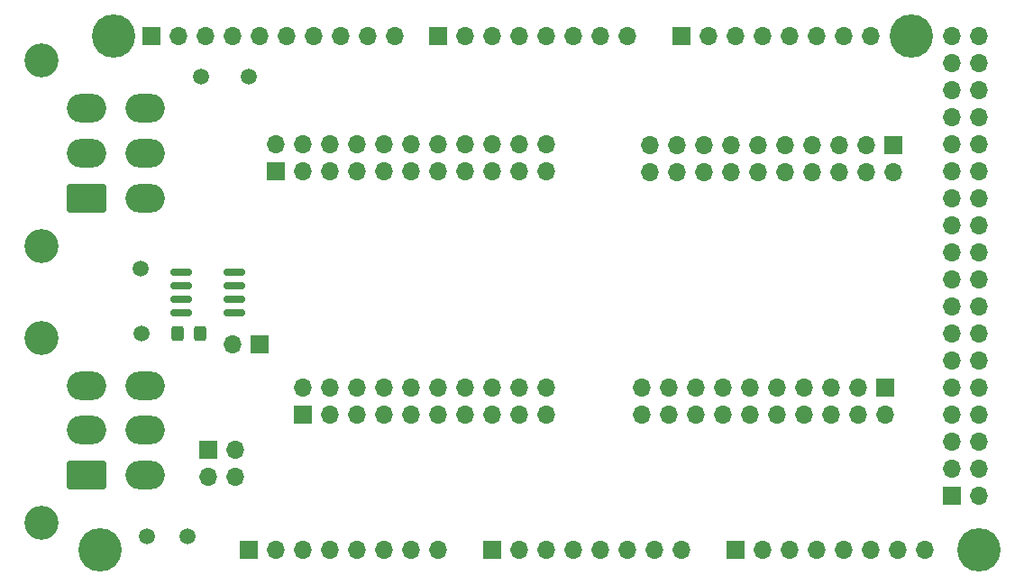
<source format=gbr>
%TF.GenerationSoftware,KiCad,Pcbnew,(6.0.9)*%
%TF.CreationDate,2023-03-29T13:48:58-08:00*%
%TF.ProjectId,ABSIS_Mega,41425349-535f-44d6-9567-612e6b696361,2*%
%TF.SameCoordinates,Original*%
%TF.FileFunction,Soldermask,Top*%
%TF.FilePolarity,Negative*%
%FSLAX46Y46*%
G04 Gerber Fmt 4.6, Leading zero omitted, Abs format (unit mm)*
G04 Created by KiCad (PCBNEW (6.0.9)) date 2023-03-29 13:48:58*
%MOMM*%
%LPD*%
G01*
G04 APERTURE LIST*
G04 Aperture macros list*
%AMRoundRect*
0 Rectangle with rounded corners*
0 $1 Rounding radius*
0 $2 $3 $4 $5 $6 $7 $8 $9 X,Y pos of 4 corners*
0 Add a 4 corners polygon primitive as box body*
4,1,4,$2,$3,$4,$5,$6,$7,$8,$9,$2,$3,0*
0 Add four circle primitives for the rounded corners*
1,1,$1+$1,$2,$3*
1,1,$1+$1,$4,$5*
1,1,$1+$1,$6,$7*
1,1,$1+$1,$8,$9*
0 Add four rect primitives between the rounded corners*
20,1,$1+$1,$2,$3,$4,$5,0*
20,1,$1+$1,$4,$5,$6,$7,0*
20,1,$1+$1,$6,$7,$8,$9,0*
20,1,$1+$1,$8,$9,$2,$3,0*%
G04 Aperture macros list end*
%ADD10C,4.064000*%
%ADD11R,1.700000X1.700000*%
%ADD12O,1.700000X1.700000*%
%ADD13RoundRect,0.150000X0.825000X0.150000X-0.825000X0.150000X-0.825000X-0.150000X0.825000X-0.150000X0*%
%ADD14RoundRect,0.249999X0.325001X0.450001X-0.325001X0.450001X-0.325001X-0.450001X0.325001X-0.450001X0*%
%ADD15C,1.500000*%
%ADD16C,3.200000*%
%ADD17RoundRect,0.250001X1.599999X-1.099999X1.599999X1.099999X-1.599999X1.099999X-1.599999X-1.099999X0*%
%ADD18O,3.700000X2.700000*%
G04 APERTURE END LIST*
D10*
%TO.C,MK1*%
X11430000Y2540000D03*
%TD*%
%TO.C,MK3*%
X93980000Y2540000D03*
%TD*%
%TO.C,MK4*%
X12700000Y50800000D03*
%TD*%
%TO.C,MK6*%
X87630000Y50800000D03*
%TD*%
D11*
%TO.C,J7*%
X21590000Y11938000D03*
D12*
X24130000Y11938000D03*
X21590000Y9398000D03*
X24130000Y9398000D03*
%TD*%
D13*
%TO.C,U1*%
X24065000Y24765000D03*
X24065000Y26035000D03*
X24065000Y27305000D03*
X24065000Y28575000D03*
X19115000Y28575000D03*
X19115000Y27305000D03*
X19115000Y26035000D03*
X19115000Y24765000D03*
%TD*%
D14*
%TO.C,C1*%
X20837000Y22860000D03*
X18787000Y22860000D03*
%TD*%
D11*
%TO.C,JP1*%
X26416000Y21844000D03*
D12*
X23876000Y21844000D03*
%TD*%
D15*
%TO.C,TP2*%
X19685000Y3810000D03*
%TD*%
%TO.C,TP3*%
X15875000Y3810000D03*
%TD*%
%TO.C,TP4*%
X25400000Y46990000D03*
%TD*%
%TO.C,TP5*%
X15303500Y28956000D03*
%TD*%
%TO.C,TP6*%
X15367000Y22796500D03*
%TD*%
%TO.C,TP1*%
X20955000Y46990000D03*
%TD*%
D16*
%TO.C,J1*%
X5960000Y48460000D03*
X5960000Y31060000D03*
D17*
X10160000Y35560000D03*
D18*
X10160000Y39760000D03*
X10160000Y43960000D03*
X15660000Y35560000D03*
X15660000Y39760000D03*
X15660000Y43960000D03*
%TD*%
D16*
%TO.C,J2*%
X5960000Y22425000D03*
X5960000Y5025000D03*
D17*
X10160000Y9525000D03*
D18*
X10160000Y13725000D03*
X10160000Y17925000D03*
X15660000Y9525000D03*
X15660000Y13725000D03*
X15660000Y17925000D03*
%TD*%
D11*
%TO.C,J3*%
X27940000Y38100000D03*
D12*
X27940000Y40640000D03*
X30480000Y38100000D03*
X30480000Y40640000D03*
X33020000Y38100000D03*
X33020000Y40640000D03*
X35560000Y38100000D03*
X35560000Y40640000D03*
X38100000Y38100000D03*
X38100000Y40640000D03*
X40640000Y38100000D03*
X40640000Y40640000D03*
X43180000Y38100000D03*
X43180000Y40640000D03*
X45720000Y38100000D03*
X45720000Y40640000D03*
X48260000Y38100000D03*
X48260000Y40640000D03*
X50800000Y38100000D03*
X50800000Y40640000D03*
X53340000Y38100000D03*
X53340000Y40640000D03*
%TD*%
D11*
%TO.C,J5*%
X85217000Y17716500D03*
D12*
X85217000Y15176500D03*
X82677000Y17716500D03*
X82677000Y15176500D03*
X80137000Y17716500D03*
X80137000Y15176500D03*
X77597000Y17716500D03*
X77597000Y15176500D03*
X75057000Y17716500D03*
X75057000Y15176500D03*
X72517000Y17716500D03*
X72517000Y15176500D03*
X69977000Y17716500D03*
X69977000Y15176500D03*
X67437000Y17716500D03*
X67437000Y15176500D03*
X64897000Y17716500D03*
X64897000Y15176500D03*
X62357000Y17716500D03*
X62357000Y15176500D03*
%TD*%
D11*
%TO.C,J6*%
X85979000Y40513000D03*
D12*
X85979000Y37973000D03*
X83439000Y40513000D03*
X83439000Y37973000D03*
X80899000Y40513000D03*
X80899000Y37973000D03*
X78359000Y40513000D03*
X78359000Y37973000D03*
X75819000Y40513000D03*
X75819000Y37973000D03*
X73279000Y40513000D03*
X73279000Y37973000D03*
X70739000Y40513000D03*
X70739000Y37973000D03*
X68199000Y40513000D03*
X68199000Y37973000D03*
X65659000Y40513000D03*
X65659000Y37973000D03*
X63119000Y40513000D03*
X63119000Y37973000D03*
%TD*%
D11*
%TO.C,J4*%
X30480000Y15240000D03*
D12*
X30480000Y17780000D03*
X33020000Y15240000D03*
X33020000Y17780000D03*
X35560000Y15240000D03*
X35560000Y17780000D03*
X38100000Y15240000D03*
X38100000Y17780000D03*
X40640000Y15240000D03*
X40640000Y17780000D03*
X43180000Y15240000D03*
X43180000Y17780000D03*
X45720000Y15240000D03*
X45720000Y17780000D03*
X48260000Y15240000D03*
X48260000Y17780000D03*
X50800000Y15240000D03*
X50800000Y17780000D03*
X53340000Y15240000D03*
X53340000Y17780000D03*
%TD*%
D11*
%TO.C,P1*%
X91440000Y7620000D03*
D12*
X93980000Y7620000D03*
X91440000Y10160000D03*
X93980000Y10160000D03*
X91440000Y12700000D03*
X93980000Y12700000D03*
X91440000Y15240000D03*
X93980000Y15240000D03*
X91440000Y17780000D03*
X93980000Y17780000D03*
X91440000Y20320000D03*
X93980000Y20320000D03*
X91440000Y22860000D03*
X93980000Y22860000D03*
X91440000Y25400000D03*
X93980000Y25400000D03*
X91440000Y27940000D03*
X93980000Y27940000D03*
X91440000Y30480000D03*
X93980000Y30480000D03*
X91440000Y33020000D03*
X93980000Y33020000D03*
X91440000Y35560000D03*
X93980000Y35560000D03*
X91440000Y38100000D03*
X93980000Y38100000D03*
X91440000Y40640000D03*
X93980000Y40640000D03*
X91440000Y43180000D03*
X93980000Y43180000D03*
X91440000Y45720000D03*
X93980000Y45720000D03*
X91440000Y48260000D03*
X93980000Y48260000D03*
X91440000Y50800000D03*
X93980000Y50800000D03*
%TD*%
D11*
%TO.C,P2*%
X25400000Y2540000D03*
D12*
X27940000Y2540000D03*
X30480000Y2540000D03*
X33020000Y2540000D03*
X35560000Y2540000D03*
X38100000Y2540000D03*
X40640000Y2540000D03*
X43180000Y2540000D03*
%TD*%
D11*
%TO.C,P3*%
X48260000Y2540000D03*
D12*
X50800000Y2540000D03*
X53340000Y2540000D03*
X55880000Y2540000D03*
X58420000Y2540000D03*
X60960000Y2540000D03*
X63500000Y2540000D03*
X66040000Y2540000D03*
%TD*%
D11*
%TO.C,P4*%
X71120000Y2540000D03*
D12*
X73660000Y2540000D03*
X76200000Y2540000D03*
X78740000Y2540000D03*
X81280000Y2540000D03*
X83820000Y2540000D03*
X86360000Y2540000D03*
X88900000Y2540000D03*
%TD*%
D11*
%TO.C,P6*%
X43180000Y50800000D03*
D12*
X45720000Y50800000D03*
X48260000Y50800000D03*
X50800000Y50800000D03*
X53340000Y50800000D03*
X55880000Y50800000D03*
X58420000Y50800000D03*
X60960000Y50800000D03*
%TD*%
D11*
%TO.C,P7*%
X66040000Y50800000D03*
D12*
X68580000Y50800000D03*
X71120000Y50800000D03*
X73660000Y50800000D03*
X76200000Y50800000D03*
X78740000Y50800000D03*
X81280000Y50800000D03*
X83820000Y50800000D03*
%TD*%
D11*
%TO.C,P5*%
X16256000Y50800000D03*
D12*
X18796000Y50800000D03*
X21336000Y50800000D03*
X23876000Y50800000D03*
X26416000Y50800000D03*
X28956000Y50800000D03*
X31496000Y50800000D03*
X34036000Y50800000D03*
X36576000Y50800000D03*
X39116000Y50800000D03*
%TD*%
M02*

</source>
